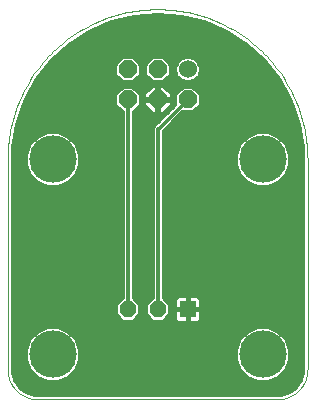
<source format=gbl>
G75*
%MOIN*%
%OFA0B0*%
%FSLAX25Y25*%
%IPPOS*%
%LPD*%
%AMOC8*
5,1,8,0,0,1.08239X$1,22.5*
%
%ADD10C,0.06000*%
%ADD11OC8,0.06000*%
%ADD12OC8,0.05600*%
%ADD13R,0.05600X0.05600*%
%ADD14C,0.00000*%
%ADD15C,0.15811*%
%ADD16C,0.01200*%
%ADD17C,0.01000*%
%ADD18C,0.01600*%
D10*
X0066800Y0134006D03*
D11*
X0066800Y0124006D03*
X0056800Y0124006D03*
X0056800Y0134006D03*
X0046800Y0134006D03*
X0046800Y0124006D03*
D12*
X0046800Y0054006D03*
X0056800Y0054006D03*
D13*
X0066800Y0054006D03*
D14*
X0096800Y0024006D02*
X0016800Y0024006D01*
X0016558Y0024009D01*
X0016317Y0024018D01*
X0016076Y0024032D01*
X0015835Y0024053D01*
X0015595Y0024079D01*
X0015355Y0024111D01*
X0015116Y0024149D01*
X0014879Y0024192D01*
X0014642Y0024242D01*
X0014407Y0024297D01*
X0014173Y0024357D01*
X0013941Y0024424D01*
X0013710Y0024495D01*
X0013481Y0024573D01*
X0013254Y0024656D01*
X0013029Y0024744D01*
X0012806Y0024838D01*
X0012586Y0024937D01*
X0012368Y0025042D01*
X0012153Y0025151D01*
X0011940Y0025266D01*
X0011730Y0025386D01*
X0011524Y0025511D01*
X0011320Y0025641D01*
X0011119Y0025776D01*
X0010922Y0025916D01*
X0010728Y0026060D01*
X0010538Y0026209D01*
X0010352Y0026363D01*
X0010169Y0026521D01*
X0009990Y0026683D01*
X0009815Y0026850D01*
X0009644Y0027021D01*
X0009477Y0027196D01*
X0009315Y0027375D01*
X0009157Y0027558D01*
X0009003Y0027744D01*
X0008854Y0027934D01*
X0008710Y0028128D01*
X0008570Y0028325D01*
X0008435Y0028526D01*
X0008305Y0028730D01*
X0008180Y0028936D01*
X0008060Y0029146D01*
X0007945Y0029359D01*
X0007836Y0029574D01*
X0007731Y0029792D01*
X0007632Y0030012D01*
X0007538Y0030235D01*
X0007450Y0030460D01*
X0007367Y0030687D01*
X0007289Y0030916D01*
X0007218Y0031147D01*
X0007151Y0031379D01*
X0007091Y0031613D01*
X0007036Y0031848D01*
X0006986Y0032085D01*
X0006943Y0032322D01*
X0006905Y0032561D01*
X0006873Y0032801D01*
X0006847Y0033041D01*
X0006826Y0033282D01*
X0006812Y0033523D01*
X0006803Y0033764D01*
X0006800Y0034006D01*
X0006800Y0104006D01*
X0006815Y0105224D01*
X0006859Y0106440D01*
X0006933Y0107656D01*
X0007037Y0108869D01*
X0007170Y0110079D01*
X0007333Y0111286D01*
X0007525Y0112488D01*
X0007746Y0113686D01*
X0007996Y0114878D01*
X0008275Y0116063D01*
X0008583Y0117241D01*
X0008920Y0118411D01*
X0009285Y0119573D01*
X0009678Y0120725D01*
X0010099Y0121868D01*
X0010548Y0122999D01*
X0011024Y0124120D01*
X0011528Y0125229D01*
X0012058Y0126325D01*
X0012615Y0127408D01*
X0013198Y0128477D01*
X0013806Y0129531D01*
X0014441Y0130571D01*
X0015100Y0131594D01*
X0015784Y0132602D01*
X0016493Y0133592D01*
X0017225Y0134565D01*
X0017981Y0135519D01*
X0018760Y0136455D01*
X0019561Y0137372D01*
X0020385Y0138269D01*
X0021230Y0139145D01*
X0022096Y0140001D01*
X0022983Y0140836D01*
X0023890Y0141648D01*
X0024816Y0142438D01*
X0025762Y0143206D01*
X0026725Y0143950D01*
X0027707Y0144670D01*
X0028706Y0145367D01*
X0029721Y0146039D01*
X0030753Y0146686D01*
X0031800Y0147307D01*
X0032862Y0147903D01*
X0033938Y0148473D01*
X0035027Y0149017D01*
X0036130Y0149533D01*
X0037245Y0150023D01*
X0038371Y0150486D01*
X0039508Y0150921D01*
X0040656Y0151328D01*
X0041813Y0151707D01*
X0042979Y0152058D01*
X0044153Y0152380D01*
X0045335Y0152674D01*
X0046524Y0152939D01*
X0047718Y0153174D01*
X0048918Y0153381D01*
X0050123Y0153558D01*
X0051331Y0153706D01*
X0052543Y0153824D01*
X0053758Y0153913D01*
X0054974Y0153973D01*
X0056191Y0154002D01*
X0057409Y0154002D01*
X0058626Y0153973D01*
X0059842Y0153913D01*
X0061057Y0153824D01*
X0062269Y0153706D01*
X0063477Y0153558D01*
X0064682Y0153381D01*
X0065882Y0153174D01*
X0067076Y0152939D01*
X0068265Y0152674D01*
X0069447Y0152380D01*
X0070621Y0152058D01*
X0071787Y0151707D01*
X0072944Y0151328D01*
X0074092Y0150921D01*
X0075229Y0150486D01*
X0076355Y0150023D01*
X0077470Y0149533D01*
X0078573Y0149017D01*
X0079662Y0148473D01*
X0080738Y0147903D01*
X0081800Y0147307D01*
X0082847Y0146686D01*
X0083879Y0146039D01*
X0084894Y0145367D01*
X0085893Y0144670D01*
X0086875Y0143950D01*
X0087838Y0143206D01*
X0088784Y0142438D01*
X0089710Y0141648D01*
X0090617Y0140836D01*
X0091504Y0140001D01*
X0092370Y0139145D01*
X0093215Y0138269D01*
X0094039Y0137372D01*
X0094840Y0136455D01*
X0095619Y0135519D01*
X0096375Y0134565D01*
X0097107Y0133592D01*
X0097816Y0132602D01*
X0098500Y0131594D01*
X0099159Y0130571D01*
X0099794Y0129531D01*
X0100402Y0128477D01*
X0100985Y0127408D01*
X0101542Y0126325D01*
X0102072Y0125229D01*
X0102576Y0124120D01*
X0103052Y0122999D01*
X0103501Y0121868D01*
X0103922Y0120725D01*
X0104315Y0119573D01*
X0104680Y0118411D01*
X0105017Y0117241D01*
X0105325Y0116063D01*
X0105604Y0114878D01*
X0105854Y0113686D01*
X0106075Y0112488D01*
X0106267Y0111286D01*
X0106430Y0110079D01*
X0106563Y0108869D01*
X0106667Y0107656D01*
X0106741Y0106440D01*
X0106785Y0105224D01*
X0106800Y0104006D01*
X0106800Y0034006D01*
X0106797Y0033764D01*
X0106788Y0033523D01*
X0106774Y0033282D01*
X0106753Y0033041D01*
X0106727Y0032801D01*
X0106695Y0032561D01*
X0106657Y0032322D01*
X0106614Y0032085D01*
X0106564Y0031848D01*
X0106509Y0031613D01*
X0106449Y0031379D01*
X0106382Y0031147D01*
X0106311Y0030916D01*
X0106233Y0030687D01*
X0106150Y0030460D01*
X0106062Y0030235D01*
X0105968Y0030012D01*
X0105869Y0029792D01*
X0105764Y0029574D01*
X0105655Y0029359D01*
X0105540Y0029146D01*
X0105420Y0028936D01*
X0105295Y0028730D01*
X0105165Y0028526D01*
X0105030Y0028325D01*
X0104890Y0028128D01*
X0104746Y0027934D01*
X0104597Y0027744D01*
X0104443Y0027558D01*
X0104285Y0027375D01*
X0104123Y0027196D01*
X0103956Y0027021D01*
X0103785Y0026850D01*
X0103610Y0026683D01*
X0103431Y0026521D01*
X0103248Y0026363D01*
X0103062Y0026209D01*
X0102872Y0026060D01*
X0102678Y0025916D01*
X0102481Y0025776D01*
X0102280Y0025641D01*
X0102076Y0025511D01*
X0101870Y0025386D01*
X0101660Y0025266D01*
X0101447Y0025151D01*
X0101232Y0025042D01*
X0101014Y0024937D01*
X0100794Y0024838D01*
X0100571Y0024744D01*
X0100346Y0024656D01*
X0100119Y0024573D01*
X0099890Y0024495D01*
X0099659Y0024424D01*
X0099427Y0024357D01*
X0099193Y0024297D01*
X0098958Y0024242D01*
X0098721Y0024192D01*
X0098484Y0024149D01*
X0098245Y0024111D01*
X0098005Y0024079D01*
X0097765Y0024053D01*
X0097524Y0024032D01*
X0097283Y0024018D01*
X0097042Y0024009D01*
X0096800Y0024006D01*
D15*
X0091800Y0039006D03*
X0091800Y0104006D03*
X0021800Y0104006D03*
X0021800Y0039006D03*
D16*
X0046800Y0054006D02*
X0046800Y0124006D01*
X0056800Y0114006D02*
X0056800Y0054006D01*
D17*
X0056800Y0114006D02*
X0066800Y0124006D01*
D18*
X0069119Y0127909D02*
X0098483Y0127909D01*
X0099348Y0126311D02*
X0070718Y0126311D01*
X0071200Y0125828D02*
X0068623Y0128406D01*
X0064977Y0128406D01*
X0062400Y0125828D01*
X0062400Y0122293D01*
X0056113Y0116006D01*
X0055972Y0116006D01*
X0054800Y0114834D01*
X0054800Y0057946D01*
X0052600Y0055746D01*
X0052600Y0052266D01*
X0055060Y0049806D01*
X0058540Y0049806D01*
X0061000Y0052266D01*
X0061000Y0055746D01*
X0058800Y0057946D01*
X0058800Y0113319D01*
X0065087Y0119606D01*
X0068623Y0119606D01*
X0071200Y0122183D01*
X0071200Y0125828D01*
X0071200Y0124712D02*
X0100213Y0124712D01*
X0100940Y0123368D02*
X0103525Y0115838D01*
X0104835Y0107986D01*
X0105000Y0104006D01*
X0105000Y0034006D01*
X0104899Y0032723D01*
X0104106Y0030283D01*
X0102598Y0028208D01*
X0100523Y0026700D01*
X0098083Y0025907D01*
X0096800Y0025806D01*
X0016800Y0025806D01*
X0015517Y0025907D01*
X0013077Y0026700D01*
X0011002Y0028208D01*
X0009494Y0030283D01*
X0008701Y0032723D01*
X0008600Y0034006D01*
X0008600Y0104006D01*
X0008765Y0107986D01*
X0010075Y0115838D01*
X0012660Y0123368D01*
X0016449Y0130369D01*
X0021338Y0136651D01*
X0027195Y0142042D01*
X0033859Y0146397D01*
X0041149Y0149594D01*
X0048867Y0151549D01*
X0056800Y0152206D01*
X0064733Y0151549D01*
X0072451Y0149594D01*
X0079741Y0146397D01*
X0086405Y0142042D01*
X0092262Y0136651D01*
X0097151Y0130369D01*
X0100940Y0123368D01*
X0101027Y0123114D02*
X0071200Y0123114D01*
X0070532Y0121515D02*
X0101576Y0121515D01*
X0102125Y0119917D02*
X0068933Y0119917D01*
X0063799Y0118318D02*
X0102674Y0118318D01*
X0103223Y0116720D02*
X0062201Y0116720D01*
X0060602Y0115121D02*
X0103645Y0115121D01*
X0103912Y0113523D02*
X0059004Y0113523D01*
X0058800Y0111924D02*
X0086600Y0111924D01*
X0086529Y0111895D02*
X0083911Y0109277D01*
X0082494Y0105857D01*
X0082494Y0102155D01*
X0083911Y0098735D01*
X0086529Y0096117D01*
X0089949Y0094700D01*
X0093651Y0094700D01*
X0097071Y0096117D01*
X0099689Y0098735D01*
X0101105Y0102155D01*
X0101105Y0105857D01*
X0099689Y0109277D01*
X0097071Y0111895D01*
X0093651Y0113311D01*
X0089949Y0113311D01*
X0086529Y0111895D01*
X0084960Y0110326D02*
X0058800Y0110326D01*
X0058800Y0108727D02*
X0083683Y0108727D01*
X0083021Y0107128D02*
X0058800Y0107128D01*
X0058800Y0105530D02*
X0082494Y0105530D01*
X0082494Y0103931D02*
X0058800Y0103931D01*
X0058800Y0102333D02*
X0082494Y0102333D01*
X0083083Y0100734D02*
X0058800Y0100734D01*
X0058800Y0099136D02*
X0083745Y0099136D01*
X0085109Y0097537D02*
X0058800Y0097537D01*
X0058800Y0095939D02*
X0086959Y0095939D01*
X0096641Y0095939D02*
X0105000Y0095939D01*
X0105000Y0097537D02*
X0098491Y0097537D01*
X0099855Y0099136D02*
X0105000Y0099136D01*
X0105000Y0100734D02*
X0100517Y0100734D01*
X0101105Y0102333D02*
X0105000Y0102333D01*
X0105000Y0103931D02*
X0101105Y0103931D01*
X0101105Y0105530D02*
X0104937Y0105530D01*
X0104871Y0107128D02*
X0100579Y0107128D01*
X0099917Y0108727D02*
X0104712Y0108727D01*
X0104445Y0110326D02*
X0098640Y0110326D01*
X0097000Y0111924D02*
X0104178Y0111924D01*
X0105000Y0094340D02*
X0058800Y0094340D01*
X0058800Y0092742D02*
X0105000Y0092742D01*
X0105000Y0091143D02*
X0058800Y0091143D01*
X0058800Y0089545D02*
X0105000Y0089545D01*
X0105000Y0087946D02*
X0058800Y0087946D01*
X0058800Y0086348D02*
X0105000Y0086348D01*
X0105000Y0084749D02*
X0058800Y0084749D01*
X0058800Y0083151D02*
X0105000Y0083151D01*
X0105000Y0081552D02*
X0058800Y0081552D01*
X0058800Y0079954D02*
X0105000Y0079954D01*
X0105000Y0078355D02*
X0058800Y0078355D01*
X0058800Y0076757D02*
X0105000Y0076757D01*
X0105000Y0075158D02*
X0058800Y0075158D01*
X0058800Y0073560D02*
X0105000Y0073560D01*
X0105000Y0071961D02*
X0058800Y0071961D01*
X0058800Y0070363D02*
X0105000Y0070363D01*
X0105000Y0068764D02*
X0058800Y0068764D01*
X0058800Y0067166D02*
X0105000Y0067166D01*
X0105000Y0065567D02*
X0058800Y0065567D01*
X0058800Y0063969D02*
X0105000Y0063969D01*
X0105000Y0062370D02*
X0058800Y0062370D01*
X0058800Y0060772D02*
X0105000Y0060772D01*
X0105000Y0059173D02*
X0058800Y0059173D01*
X0059171Y0057575D02*
X0062365Y0057575D01*
X0062323Y0057501D02*
X0062200Y0057043D01*
X0062200Y0054006D01*
X0066800Y0054006D01*
X0066800Y0054006D01*
X0066800Y0058606D01*
X0069837Y0058606D01*
X0070295Y0058483D01*
X0070705Y0058246D01*
X0071040Y0057911D01*
X0071277Y0057501D01*
X0071400Y0057043D01*
X0071400Y0054006D01*
X0066800Y0054006D01*
X0066800Y0058606D01*
X0063763Y0058606D01*
X0063305Y0058483D01*
X0062895Y0058246D01*
X0062560Y0057911D01*
X0062323Y0057501D01*
X0062200Y0055976D02*
X0060769Y0055976D01*
X0061000Y0054378D02*
X0062200Y0054378D01*
X0062200Y0054006D02*
X0062200Y0050969D01*
X0062323Y0050511D01*
X0062560Y0050101D01*
X0062895Y0049766D01*
X0063305Y0049529D01*
X0063763Y0049406D01*
X0066800Y0049406D01*
X0069837Y0049406D01*
X0070295Y0049529D01*
X0070705Y0049766D01*
X0071040Y0050101D01*
X0071277Y0050511D01*
X0071400Y0050969D01*
X0071400Y0054006D01*
X0066800Y0054006D01*
X0066800Y0054006D01*
X0066800Y0054006D01*
X0062200Y0054006D01*
X0062200Y0052779D02*
X0061000Y0052779D01*
X0059914Y0051181D02*
X0062200Y0051181D01*
X0063213Y0049582D02*
X0008600Y0049582D01*
X0008600Y0047984D02*
X0019158Y0047984D01*
X0019949Y0048311D02*
X0016529Y0046895D01*
X0013911Y0044277D01*
X0012494Y0040857D01*
X0012494Y0037155D01*
X0013911Y0033735D01*
X0016529Y0031117D01*
X0019949Y0029700D01*
X0023651Y0029700D01*
X0027071Y0031117D01*
X0029689Y0033735D01*
X0031105Y0037155D01*
X0031105Y0040857D01*
X0029689Y0044277D01*
X0027071Y0046895D01*
X0023651Y0048311D01*
X0019949Y0048311D01*
X0016019Y0046385D02*
X0008600Y0046385D01*
X0008600Y0044787D02*
X0014421Y0044787D01*
X0013460Y0043188D02*
X0008600Y0043188D01*
X0008600Y0041590D02*
X0012798Y0041590D01*
X0012494Y0039991D02*
X0008600Y0039991D01*
X0008600Y0038393D02*
X0012494Y0038393D01*
X0012644Y0036794D02*
X0008600Y0036794D01*
X0008600Y0035195D02*
X0013306Y0035195D01*
X0014049Y0033597D02*
X0008632Y0033597D01*
X0008936Y0031998D02*
X0015647Y0031998D01*
X0018260Y0030400D02*
X0009456Y0030400D01*
X0010570Y0028801D02*
X0103030Y0028801D01*
X0104144Y0030400D02*
X0095340Y0030400D01*
X0093651Y0029700D02*
X0097071Y0031117D01*
X0099689Y0033735D01*
X0101105Y0037155D01*
X0101105Y0040857D01*
X0099689Y0044277D01*
X0097071Y0046895D01*
X0093651Y0048311D01*
X0089949Y0048311D01*
X0086529Y0046895D01*
X0083911Y0044277D01*
X0082494Y0040857D01*
X0082494Y0037155D01*
X0083911Y0033735D01*
X0086529Y0031117D01*
X0089949Y0029700D01*
X0093651Y0029700D01*
X0097953Y0031998D02*
X0104664Y0031998D01*
X0104968Y0033597D02*
X0099551Y0033597D01*
X0100294Y0035195D02*
X0105000Y0035195D01*
X0105000Y0036794D02*
X0100956Y0036794D01*
X0101105Y0038393D02*
X0105000Y0038393D01*
X0105000Y0039991D02*
X0101105Y0039991D01*
X0100802Y0041590D02*
X0105000Y0041590D01*
X0105000Y0043188D02*
X0100140Y0043188D01*
X0099179Y0044787D02*
X0105000Y0044787D01*
X0105000Y0046385D02*
X0097581Y0046385D01*
X0094442Y0047984D02*
X0105000Y0047984D01*
X0105000Y0049582D02*
X0070387Y0049582D01*
X0071400Y0051181D02*
X0105000Y0051181D01*
X0105000Y0052779D02*
X0071400Y0052779D01*
X0071400Y0054378D02*
X0105000Y0054378D01*
X0105000Y0055976D02*
X0071400Y0055976D01*
X0071235Y0057575D02*
X0105000Y0057575D01*
X0089158Y0047984D02*
X0024442Y0047984D01*
X0027581Y0046385D02*
X0086019Y0046385D01*
X0084421Y0044787D02*
X0029179Y0044787D01*
X0030140Y0043188D02*
X0083460Y0043188D01*
X0082798Y0041590D02*
X0030802Y0041590D01*
X0031105Y0039991D02*
X0082494Y0039991D01*
X0082494Y0038393D02*
X0031105Y0038393D01*
X0030956Y0036794D02*
X0082644Y0036794D01*
X0083306Y0035195D02*
X0030294Y0035195D01*
X0029551Y0033597D02*
X0084049Y0033597D01*
X0085647Y0031998D02*
X0027953Y0031998D01*
X0025340Y0030400D02*
X0088260Y0030400D01*
X0101215Y0027203D02*
X0012385Y0027203D01*
X0008600Y0051181D02*
X0043686Y0051181D01*
X0042600Y0052266D02*
X0045060Y0049806D01*
X0048540Y0049806D01*
X0051000Y0052266D01*
X0051000Y0055746D01*
X0048800Y0057946D01*
X0048800Y0119783D01*
X0051200Y0122183D01*
X0051200Y0125828D01*
X0048623Y0128406D01*
X0044977Y0128406D01*
X0042400Y0125828D01*
X0042400Y0122183D01*
X0044800Y0119783D01*
X0044800Y0057946D01*
X0042600Y0055746D01*
X0042600Y0052266D01*
X0042600Y0052779D02*
X0008600Y0052779D01*
X0008600Y0054378D02*
X0042600Y0054378D01*
X0042831Y0055976D02*
X0008600Y0055976D01*
X0008600Y0057575D02*
X0044429Y0057575D01*
X0044800Y0059173D02*
X0008600Y0059173D01*
X0008600Y0060772D02*
X0044800Y0060772D01*
X0044800Y0062370D02*
X0008600Y0062370D01*
X0008600Y0063969D02*
X0044800Y0063969D01*
X0044800Y0065567D02*
X0008600Y0065567D01*
X0008600Y0067166D02*
X0044800Y0067166D01*
X0044800Y0068764D02*
X0008600Y0068764D01*
X0008600Y0070363D02*
X0044800Y0070363D01*
X0044800Y0071961D02*
X0008600Y0071961D01*
X0008600Y0073560D02*
X0044800Y0073560D01*
X0044800Y0075158D02*
X0008600Y0075158D01*
X0008600Y0076757D02*
X0044800Y0076757D01*
X0044800Y0078355D02*
X0008600Y0078355D01*
X0008600Y0079954D02*
X0044800Y0079954D01*
X0044800Y0081552D02*
X0008600Y0081552D01*
X0008600Y0083151D02*
X0044800Y0083151D01*
X0044800Y0084749D02*
X0008600Y0084749D01*
X0008600Y0086348D02*
X0044800Y0086348D01*
X0044800Y0087946D02*
X0008600Y0087946D01*
X0008600Y0089545D02*
X0044800Y0089545D01*
X0044800Y0091143D02*
X0008600Y0091143D01*
X0008600Y0092742D02*
X0044800Y0092742D01*
X0044800Y0094340D02*
X0008600Y0094340D01*
X0008600Y0095939D02*
X0016959Y0095939D01*
X0016529Y0096117D02*
X0019949Y0094700D01*
X0023651Y0094700D01*
X0027071Y0096117D01*
X0029689Y0098735D01*
X0031105Y0102155D01*
X0031105Y0105857D01*
X0029689Y0109277D01*
X0027071Y0111895D01*
X0023651Y0113311D01*
X0019949Y0113311D01*
X0016529Y0111895D01*
X0013911Y0109277D01*
X0012494Y0105857D01*
X0012494Y0102155D01*
X0013911Y0098735D01*
X0016529Y0096117D01*
X0015109Y0097537D02*
X0008600Y0097537D01*
X0008600Y0099136D02*
X0013745Y0099136D01*
X0013083Y0100734D02*
X0008600Y0100734D01*
X0008600Y0102333D02*
X0012494Y0102333D01*
X0012494Y0103931D02*
X0008600Y0103931D01*
X0008663Y0105530D02*
X0012494Y0105530D01*
X0013021Y0107128D02*
X0008729Y0107128D01*
X0008888Y0108727D02*
X0013683Y0108727D01*
X0014960Y0110326D02*
X0009155Y0110326D01*
X0009422Y0111924D02*
X0016600Y0111924D01*
X0010377Y0116720D02*
X0044800Y0116720D01*
X0044800Y0118318D02*
X0010926Y0118318D01*
X0011475Y0119917D02*
X0044667Y0119917D01*
X0043068Y0121515D02*
X0012024Y0121515D01*
X0012573Y0123114D02*
X0042400Y0123114D01*
X0042400Y0124712D02*
X0013387Y0124712D01*
X0014252Y0126311D02*
X0042882Y0126311D01*
X0044481Y0127909D02*
X0015117Y0127909D01*
X0015983Y0129508D02*
X0097617Y0129508D01*
X0096578Y0131106D02*
X0070123Y0131106D01*
X0070530Y0131513D02*
X0071200Y0133131D01*
X0071200Y0134881D01*
X0070530Y0136498D01*
X0069292Y0137736D01*
X0067675Y0138406D01*
X0065925Y0138406D01*
X0064308Y0137736D01*
X0063070Y0136498D01*
X0062400Y0134881D01*
X0062400Y0133131D01*
X0063070Y0131513D01*
X0064308Y0130276D01*
X0065925Y0129606D01*
X0067675Y0129606D01*
X0069292Y0130276D01*
X0070530Y0131513D01*
X0071024Y0132705D02*
X0095333Y0132705D01*
X0094089Y0134303D02*
X0071200Y0134303D01*
X0070777Y0135902D02*
X0092845Y0135902D01*
X0091339Y0137500D02*
X0069528Y0137500D01*
X0064072Y0137500D02*
X0059528Y0137500D01*
X0058623Y0138406D02*
X0054977Y0138406D01*
X0052400Y0135828D01*
X0052400Y0132183D01*
X0054977Y0129606D01*
X0058623Y0129606D01*
X0061200Y0132183D01*
X0061200Y0135828D01*
X0058623Y0138406D01*
X0061127Y0135902D02*
X0062823Y0135902D01*
X0062400Y0134303D02*
X0061200Y0134303D01*
X0061200Y0132705D02*
X0062576Y0132705D01*
X0063477Y0131106D02*
X0060123Y0131106D01*
X0058788Y0128806D02*
X0057000Y0128806D01*
X0057000Y0124206D01*
X0056600Y0124206D01*
X0056600Y0128806D01*
X0054812Y0128806D01*
X0052000Y0125994D01*
X0052000Y0124206D01*
X0056600Y0124206D01*
X0056600Y0123806D01*
X0052000Y0123806D01*
X0052000Y0122018D01*
X0054812Y0119206D01*
X0056600Y0119206D01*
X0056600Y0123806D01*
X0057000Y0123806D01*
X0057000Y0124206D01*
X0061600Y0124206D01*
X0061600Y0125994D01*
X0058788Y0128806D01*
X0059685Y0127909D02*
X0064481Y0127909D01*
X0062882Y0126311D02*
X0061283Y0126311D01*
X0061600Y0124712D02*
X0062400Y0124712D01*
X0061600Y0123806D02*
X0057000Y0123806D01*
X0057000Y0119206D01*
X0058788Y0119206D01*
X0061600Y0122018D01*
X0061600Y0123806D01*
X0061600Y0123114D02*
X0062400Y0123114D01*
X0061622Y0121515D02*
X0061097Y0121515D01*
X0060024Y0119917D02*
X0059499Y0119917D01*
X0058425Y0118318D02*
X0048800Y0118318D01*
X0048800Y0116720D02*
X0056827Y0116720D01*
X0055087Y0115121D02*
X0048800Y0115121D01*
X0048800Y0113523D02*
X0054800Y0113523D01*
X0054800Y0111924D02*
X0048800Y0111924D01*
X0048800Y0110326D02*
X0054800Y0110326D01*
X0054800Y0108727D02*
X0048800Y0108727D01*
X0048800Y0107128D02*
X0054800Y0107128D01*
X0054800Y0105530D02*
X0048800Y0105530D01*
X0048800Y0103931D02*
X0054800Y0103931D01*
X0054800Y0102333D02*
X0048800Y0102333D01*
X0048800Y0100734D02*
X0054800Y0100734D01*
X0054800Y0099136D02*
X0048800Y0099136D01*
X0048800Y0097537D02*
X0054800Y0097537D01*
X0054800Y0095939D02*
X0048800Y0095939D01*
X0048800Y0094340D02*
X0054800Y0094340D01*
X0054800Y0092742D02*
X0048800Y0092742D01*
X0048800Y0091143D02*
X0054800Y0091143D01*
X0054800Y0089545D02*
X0048800Y0089545D01*
X0048800Y0087946D02*
X0054800Y0087946D01*
X0054800Y0086348D02*
X0048800Y0086348D01*
X0048800Y0084749D02*
X0054800Y0084749D01*
X0054800Y0083151D02*
X0048800Y0083151D01*
X0048800Y0081552D02*
X0054800Y0081552D01*
X0054800Y0079954D02*
X0048800Y0079954D01*
X0048800Y0078355D02*
X0054800Y0078355D01*
X0054800Y0076757D02*
X0048800Y0076757D01*
X0048800Y0075158D02*
X0054800Y0075158D01*
X0054800Y0073560D02*
X0048800Y0073560D01*
X0048800Y0071961D02*
X0054800Y0071961D01*
X0054800Y0070363D02*
X0048800Y0070363D01*
X0048800Y0068764D02*
X0054800Y0068764D01*
X0054800Y0067166D02*
X0048800Y0067166D01*
X0048800Y0065567D02*
X0054800Y0065567D01*
X0054800Y0063969D02*
X0048800Y0063969D01*
X0048800Y0062370D02*
X0054800Y0062370D01*
X0054800Y0060772D02*
X0048800Y0060772D01*
X0048800Y0059173D02*
X0054800Y0059173D01*
X0054429Y0057575D02*
X0049171Y0057575D01*
X0050769Y0055976D02*
X0052831Y0055976D01*
X0052600Y0054378D02*
X0051000Y0054378D01*
X0051000Y0052779D02*
X0052600Y0052779D01*
X0053686Y0051181D02*
X0049914Y0051181D01*
X0066800Y0051181D02*
X0066800Y0051181D01*
X0066800Y0052779D02*
X0066800Y0052779D01*
X0066800Y0054006D02*
X0066800Y0049406D01*
X0066800Y0054006D01*
X0066800Y0054006D01*
X0066800Y0054378D02*
X0066800Y0054378D01*
X0066800Y0055976D02*
X0066800Y0055976D01*
X0066800Y0057575D02*
X0066800Y0057575D01*
X0066800Y0049582D02*
X0066800Y0049582D01*
X0044800Y0095939D02*
X0026641Y0095939D01*
X0028491Y0097537D02*
X0044800Y0097537D01*
X0044800Y0099136D02*
X0029855Y0099136D01*
X0030517Y0100734D02*
X0044800Y0100734D01*
X0044800Y0102333D02*
X0031105Y0102333D01*
X0031105Y0103931D02*
X0044800Y0103931D01*
X0044800Y0105530D02*
X0031105Y0105530D01*
X0030579Y0107128D02*
X0044800Y0107128D01*
X0044800Y0108727D02*
X0029917Y0108727D01*
X0028640Y0110326D02*
X0044800Y0110326D01*
X0044800Y0111924D02*
X0027000Y0111924D01*
X0017022Y0131106D02*
X0043477Y0131106D01*
X0042400Y0132183D02*
X0044977Y0129606D01*
X0048623Y0129606D01*
X0051200Y0132183D01*
X0051200Y0135828D01*
X0048623Y0138406D01*
X0044977Y0138406D01*
X0042400Y0135828D01*
X0042400Y0132183D01*
X0042400Y0132705D02*
X0018267Y0132705D01*
X0019511Y0134303D02*
X0042400Y0134303D01*
X0042473Y0135902D02*
X0020755Y0135902D01*
X0022261Y0137500D02*
X0044072Y0137500D01*
X0049528Y0137500D02*
X0054072Y0137500D01*
X0052473Y0135902D02*
X0051127Y0135902D01*
X0051200Y0134303D02*
X0052400Y0134303D01*
X0052400Y0132705D02*
X0051200Y0132705D01*
X0050123Y0131106D02*
X0053477Y0131106D01*
X0053915Y0127909D02*
X0049119Y0127909D01*
X0050718Y0126311D02*
X0052317Y0126311D01*
X0052000Y0124712D02*
X0051200Y0124712D01*
X0051200Y0123114D02*
X0052000Y0123114D01*
X0052503Y0121515D02*
X0050532Y0121515D01*
X0048933Y0119917D02*
X0054101Y0119917D01*
X0056600Y0119917D02*
X0057000Y0119917D01*
X0057000Y0121515D02*
X0056600Y0121515D01*
X0056600Y0123114D02*
X0057000Y0123114D01*
X0057000Y0124712D02*
X0056600Y0124712D01*
X0056600Y0126311D02*
X0057000Y0126311D01*
X0057000Y0127909D02*
X0056600Y0127909D01*
X0044800Y0115121D02*
X0009955Y0115121D01*
X0009688Y0113523D02*
X0044800Y0113523D01*
X0025734Y0140697D02*
X0087866Y0140697D01*
X0089603Y0139099D02*
X0023997Y0139099D01*
X0027583Y0142296D02*
X0086017Y0142296D01*
X0083571Y0143894D02*
X0030029Y0143894D01*
X0032476Y0145493D02*
X0081124Y0145493D01*
X0078157Y0147091D02*
X0035443Y0147091D01*
X0039087Y0148690D02*
X0074513Y0148690D01*
X0069710Y0150288D02*
X0043890Y0150288D01*
X0052949Y0151887D02*
X0060651Y0151887D01*
M02*

</source>
